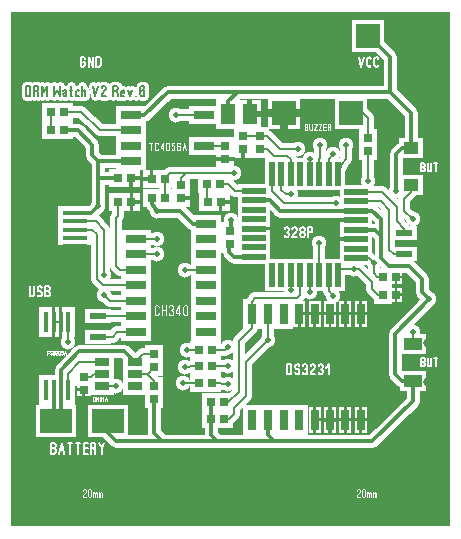
<source format=gbr>
%FSLAX34Y34*%
%MOMM*%
%LNCOPPER_TOP*%
G71*
G01*
%ADD10R, 2.900X1.200*%
%ADD11R, 2.100X0.400*%
%ADD12R, 1.900X2.300*%
%ADD13R, 2.200X7.800*%
%ADD14R, 1.300X2.800*%
%ADD15R, 2.800X1.300*%
%ADD16R, 2.200X1.300*%
%ADD17R, 1.400X0.500*%
%ADD18R, 3.500X2.800*%
%ADD19R, 1.200X2.600*%
%ADD20R, 2.000X1.500*%
%ADD21R, 1.600X1.500*%
%ADD22R, 1.200X1.100*%
%ADD23R, 1.800X0.700*%
%ADD24R, 2.600X1.500*%
%ADD25C, 1.000*%
%ADD26R, 1.500X1.600*%
%ADD27R, 2.100X2.600*%
%ADD28R, 1.900X2.400*%
%ADD29C, 1.300*%
%ADD30C, 1.100*%
%ADD31R, 2.800X2.800*%
%ADD32R, 1.100X2.200*%
%ADD33R, 1.500X2.600*%
%ADD34R, 1.100X1.400*%
%ADD35R, 2.100X1.800*%
%ADD36C, 0.800*%
%ADD37R, 0.500X1.200*%
%ADD38R, 2.300X1.800*%
%ADD39C, 0.500*%
%ADD40C, 2.500*%
%ADD41C, 0.159*%
%ADD42R, 1.100X1.200*%
%ADD43C, 0.759*%
%ADD44C, 0.111*%
%ADD45C, 0.095*%
%ADD46C, 0.044*%
%ADD47C, 0.200*%
%ADD48C, 0.127*%
%ADD49C, 0.143*%
%ADD50C, 0.078*%
%ADD51R, 2.000X2.000*%
%ADD52C, 0.297*%
%ADD53C, 0.305*%
%ADD54C, 0.197*%
%ADD55C, 0.233*%
%ADD56C, 0.303*%
%ADD57C, 0.433*%
%ADD58C, 0.315*%
%ADD59C, 0.345*%
%ADD60C, 0.310*%
%ADD61C, 0.667*%
%ADD62C, 0.292*%
%ADD63C, 0.308*%
%ADD64R, 0.500X2.000*%
%ADD65R, 2.000X0.500*%
%ADD66R, 2.700X2.000*%
%ADD67R, 0.400X1.800*%
%ADD68R, 1.200X0.700*%
%ADD69R, 0.800X0.700*%
%ADD70R, 0.700X0.800*%
%ADD71R, 1.300X1.800*%
%ADD72C, 0.300*%
%ADD73R, 0.700X1.800*%
%ADD74R, 1.300X1.000*%
%ADD75R, 1.500X1.000*%
%LPD*%
G36*
X0Y1000000D02*
X372000Y1000000D01*
X372000Y565000D01*
X0Y565000D01*
X0Y1000000D01*
G37*
%LPC*%
X54000Y830000D02*
G54D10*
D03*
X54000Y823000D02*
G54D10*
D03*
X54000Y816000D02*
G54D10*
D03*
X54000Y802000D02*
G54D11*
D03*
X54000Y809000D02*
G54D10*
D03*
X51000Y849000D02*
G54D12*
D03*
X52000Y784000D02*
G54D12*
D03*
X24000Y816000D02*
G54D13*
D03*
X221000Y863000D02*
G54D14*
D03*
X229000Y863000D02*
G54D14*
D03*
X237000Y863000D02*
G54D14*
D03*
X245000Y863000D02*
G54D14*
D03*
X253000Y863000D02*
G54D14*
D03*
X261000Y863000D02*
G54D14*
D03*
X269000Y863000D02*
G54D14*
D03*
X277000Y863000D02*
G54D14*
D03*
X221000Y778000D02*
G54D14*
D03*
X229000Y778000D02*
G54D14*
D03*
X237000Y778000D02*
G54D14*
D03*
X245000Y778000D02*
G54D14*
D03*
X253000Y778000D02*
G54D14*
D03*
X261000Y778000D02*
G54D14*
D03*
X269000Y778000D02*
G54D14*
D03*
X277000Y778000D02*
G54D14*
D03*
X292000Y848000D02*
G54D15*
D03*
X292000Y840000D02*
G54D15*
D03*
X292000Y832000D02*
G54D15*
D03*
X292000Y824000D02*
G54D15*
D03*
X292000Y816000D02*
G54D15*
D03*
X292000Y808000D02*
G54D15*
D03*
X292000Y800000D02*
G54D15*
D03*
X292000Y792000D02*
G54D15*
D03*
X206000Y849000D02*
G54D15*
D03*
X206000Y841000D02*
G54D15*
D03*
X206000Y833000D02*
G54D15*
D03*
X206000Y825000D02*
G54D15*
D03*
X206000Y817000D02*
G54D15*
D03*
X206000Y809000D02*
G54D15*
D03*
X206000Y801000D02*
G54D15*
D03*
X206000Y793000D02*
G54D15*
D03*
X333000Y813000D02*
G54D16*
D03*
X333000Y804000D02*
G54D17*
D03*
X333000Y795000D02*
G54D16*
D03*
X38000Y654000D02*
G54D18*
D03*
X82000Y654000D02*
G54D18*
D03*
X48000Y738000D02*
G54D19*
D03*
X42000Y738000D02*
G54D19*
D03*
X36000Y738000D02*
G54D19*
D03*
X30000Y738000D02*
G54D19*
D03*
X48000Y680000D02*
G54D19*
D03*
X42000Y680000D02*
G54D19*
D03*
X36000Y680000D02*
G54D19*
D03*
X30000Y680000D02*
G54D19*
D03*
X77000Y704000D02*
G54D20*
D03*
X77000Y694000D02*
G54D20*
D03*
X77000Y684000D02*
G54D20*
D03*
X105000Y704000D02*
G54D20*
D03*
X105000Y694000D02*
G54D20*
D03*
X105000Y684000D02*
G54D20*
D03*
X61500Y691500D02*
G54D21*
D03*
X61500Y680500D02*
G54D22*
D03*
X121500Y699500D02*
G54D21*
D03*
X121500Y710500D02*
G54D21*
D03*
X106000Y821000D02*
G54D23*
D03*
X106000Y808000D02*
G54D24*
D03*
X106000Y795000D02*
G54D24*
D03*
X106000Y782000D02*
G54D24*
D03*
X106000Y769000D02*
G54D24*
D03*
X106000Y756000D02*
G54D24*
D03*
X106000Y743000D02*
G54D24*
D03*
X106000Y729000D02*
G54D24*
D03*
X165000Y821000D02*
G54D24*
D03*
X165000Y808000D02*
G54D24*
D03*
X165000Y795000D02*
G54D24*
D03*
X165000Y782000D02*
G54D24*
D03*
X165000Y769000D02*
G54D24*
D03*
X165000Y756000D02*
G54D24*
D03*
X165000Y743000D02*
G54D24*
D03*
X165000Y729000D02*
G54D24*
D03*
G54D25*
X106000Y808000D02*
X124000Y808000D01*
G54D25*
X106000Y795000D02*
X124000Y795000D01*
X74000Y743000D02*
G54D16*
D03*
X74000Y734000D02*
G54D17*
D03*
X74000Y725000D02*
G54D16*
D03*
X170096Y714500D02*
G54D26*
D03*
X159096Y714500D02*
G54D26*
D03*
X181500Y875900D02*
G54D21*
D03*
X181500Y886900D02*
G54D21*
D03*
X102000Y913000D02*
G54D24*
D03*
X102000Y900000D02*
G54D24*
D03*
X102000Y887000D02*
G54D24*
D03*
X102000Y874000D02*
G54D24*
D03*
X163000Y913000D02*
G54D24*
D03*
X163000Y900000D02*
G54D23*
D03*
X163000Y887000D02*
G54D24*
D03*
X163000Y874000D02*
G54D23*
D03*
X184000Y914000D02*
G54D27*
D03*
X202000Y914000D02*
G54D28*
D03*
X45000Y916000D02*
G54D26*
D03*
X34000Y916000D02*
G54D26*
D03*
X45000Y900000D02*
G54D26*
D03*
X34000Y900000D02*
G54D26*
D03*
X121500Y683500D02*
G54D21*
D03*
X121500Y672500D02*
G54D21*
D03*
X243000Y884000D02*
G54D29*
D03*
X253000Y876000D02*
G54D29*
D03*
X262000Y888000D02*
G54D29*
D03*
X273000Y880000D02*
G54D29*
D03*
X284000Y888000D02*
G54D29*
D03*
G54D25*
X284000Y888000D02*
X284000Y876000D01*
X280000Y872000D01*
X277000Y863000D01*
G54D25*
X273000Y880000D02*
X269000Y876000D01*
X269000Y863000D01*
G54D25*
X262000Y888000D02*
X262000Y877000D01*
X261000Y876000D01*
X261000Y863000D01*
G54D25*
X253000Y876000D02*
X253000Y866000D01*
X326000Y849000D02*
G54D29*
D03*
X340000Y825000D02*
G54D29*
D03*
X340000Y729000D02*
G54D29*
D03*
X354000Y757000D02*
G54D29*
D03*
X290000Y783000D02*
G54D29*
D03*
X307000Y788000D02*
G54D29*
D03*
G54D25*
X333000Y813000D02*
X333000Y817000D01*
X327000Y823000D01*
X327000Y835000D01*
X314000Y848000D01*
X292000Y848000D01*
G54D25*
X333000Y795000D02*
X324000Y795000D01*
X320000Y799000D01*
X320000Y833000D01*
X313000Y840000D01*
X292000Y840000D01*
G54D30*
X338900Y885000D02*
X331000Y885000D01*
X326000Y880000D01*
X326000Y849000D01*
G54D25*
X339000Y854000D02*
X339000Y848000D01*
X333000Y842000D01*
X333000Y832000D01*
X340000Y825000D01*
G54D25*
X340000Y729000D02*
X340000Y717000D01*
G54D30*
X292000Y816000D02*
X308000Y816000D01*
X313000Y811000D01*
X313000Y792000D01*
X320000Y785000D01*
X337000Y785000D01*
X348000Y774000D01*
X348000Y763000D01*
X354000Y757000D01*
G54D25*
X269000Y778000D02*
X269000Y764000D01*
X273000Y760000D01*
G54D25*
X261000Y778000D02*
X261000Y805000D01*
X261000Y805000D02*
G54D29*
D03*
X273000Y760000D02*
G54D29*
D03*
X124000Y808000D02*
G54D29*
D03*
X124000Y795000D02*
G54D29*
D03*
G54D25*
X121500Y699500D02*
X116000Y694000D01*
X105000Y694000D01*
X115500Y693500D01*
X121000Y688000D01*
X121000Y685000D01*
X121500Y684500D01*
G54D25*
X48000Y675000D02*
X48000Y694000D01*
X58000Y704000D01*
X77000Y704000D01*
X89000Y684000D02*
G54D29*
D03*
X48000Y721000D02*
G54D29*
D03*
G54D25*
X48000Y738000D02*
X48000Y721000D01*
G54D25*
X89000Y684000D02*
X75000Y684000D01*
G54D25*
X74000Y743000D02*
X106000Y743000D01*
G54D25*
X74000Y725000D02*
X86000Y725000D01*
X90000Y729000D01*
X106000Y729000D01*
G54D25*
X54000Y816000D02*
X69000Y816000D01*
X73000Y812000D01*
X73000Y774000D01*
X78000Y769000D01*
X106000Y769000D01*
G54D25*
X54000Y823000D02*
X72000Y823000D01*
X79000Y816000D01*
X79000Y778000D01*
G54D25*
X106000Y756000D02*
X84000Y756000D01*
X79000Y761000D01*
X79000Y778000D02*
G54D29*
D03*
X79000Y761000D02*
G54D29*
D03*
G54D25*
X34000Y916000D02*
X34000Y900000D01*
G54D25*
X45000Y916000D02*
X59000Y916000D01*
X75000Y900000D01*
X102000Y900000D01*
G54D30*
X45000Y900000D02*
X57000Y900000D01*
X69000Y888000D01*
X69000Y879000D01*
X74000Y874000D01*
X102000Y874000D01*
G54D30*
X54000Y830000D02*
X68000Y830000D01*
X74000Y836000D01*
X74000Y874000D01*
G54D30*
X165000Y821000D02*
X154000Y821000D01*
X143000Y832000D01*
X124000Y832000D01*
X74000Y836000D02*
G54D29*
D03*
G54D30*
X82000Y654000D02*
X82000Y644000D01*
X89000Y637000D01*
X306000Y637000D01*
X340000Y671000D01*
X340000Y688000D01*
G54D30*
X338900Y885000D02*
X339000Y915000D01*
X321000Y933000D01*
X133000Y933000D01*
X113000Y913000D01*
X102000Y913000D01*
X185500Y814500D02*
G54D21*
D03*
X185500Y803500D02*
G54D21*
D03*
X186000Y824000D02*
G54D29*
D03*
G54D30*
X186000Y824000D02*
X186000Y815000D01*
X185500Y814500D01*
G54D25*
X253000Y778000D02*
X253000Y763000D01*
X253000Y763000D02*
G54D29*
D03*
X140000Y913000D02*
G54D29*
D03*
G54D25*
X140000Y913000D02*
X163000Y913000D01*
X101938Y839658D02*
G54D26*
D03*
X90938Y839658D02*
G54D26*
D03*
G54D25*
X106000Y782000D02*
X92000Y782000D01*
X89000Y785000D01*
X89000Y826000D01*
X91000Y828000D01*
X90938Y839658D01*
X101938Y859658D02*
G54D26*
D03*
X90938Y859658D02*
G54D26*
D03*
G54D30*
X90938Y859658D02*
X74342Y859658D01*
X74000Y860000D01*
X196500Y895500D02*
G54D21*
D03*
X196500Y884500D02*
G54D21*
D03*
X166500Y839500D02*
G54D26*
D03*
X177500Y839500D02*
G54D26*
D03*
X166000Y855000D02*
G54D26*
D03*
X177000Y855000D02*
G54D26*
D03*
G54D25*
X163000Y887000D02*
X181500Y886900D01*
G54D25*
X177000Y855000D02*
X184000Y855000D01*
X190000Y849000D01*
X210000Y849000D01*
X302500Y882500D02*
G54D21*
D03*
X302500Y893500D02*
G54D21*
D03*
G54D25*
X221000Y863000D02*
X221000Y849000D01*
X231000Y839000D01*
X275000Y839000D01*
G54D25*
X307000Y788000D02*
X303000Y792000D01*
X295000Y792000D01*
G54D25*
X290000Y783000D02*
X277000Y783000D01*
G54D30*
X206000Y793000D02*
X189000Y793000D01*
X185000Y797000D01*
X185000Y803000D01*
X185500Y803500D01*
X288000Y915000D02*
G54D31*
D03*
X231000Y915000D02*
G54D31*
D03*
X302500Y857500D02*
G54D29*
D03*
G54D25*
X302500Y857500D02*
X302500Y870500D01*
X302500Y882500D01*
X275000Y839000D02*
G54D29*
D03*
X296000Y745000D02*
G54D32*
D03*
X283000Y745000D02*
G54D32*
D03*
X270000Y745000D02*
G54D32*
D03*
X257000Y745000D02*
G54D32*
D03*
X244000Y745000D02*
G54D32*
D03*
X231000Y745000D02*
G54D33*
D03*
X218000Y745000D02*
G54D33*
D03*
X204000Y745000D02*
G54D33*
D03*
X296000Y655000D02*
G54D32*
D03*
X283000Y655000D02*
G54D32*
D03*
X270000Y655000D02*
G54D32*
D03*
X257000Y655000D02*
G54D32*
D03*
X244000Y655000D02*
G54D33*
D03*
X231000Y655000D02*
G54D33*
D03*
X218000Y655000D02*
G54D33*
D03*
X204000Y655000D02*
G54D33*
D03*
G54D30*
X169000Y670000D02*
X169000Y656000D01*
X169000Y642000D01*
X174000Y637000D01*
G54D25*
X204000Y745000D02*
X204000Y755000D01*
X207000Y758000D01*
X242000Y758000D01*
X245000Y761000D01*
X245000Y778000D01*
G54D30*
X218000Y655000D02*
X218000Y642000D01*
X223000Y637000D01*
G54D25*
X218000Y745000D02*
X218000Y723000D01*
X237000Y765000D02*
G54D29*
D03*
G54D25*
X237000Y765000D02*
X237000Y778000D01*
X218000Y723000D02*
G54D29*
D03*
G54D25*
X204000Y745000D02*
X204000Y733000D01*
X193000Y722000D01*
X193000Y679000D01*
X184000Y670000D01*
X180000Y670000D01*
G54D25*
X218000Y723000D02*
X199000Y704000D01*
X199000Y675000D01*
X189000Y665000D01*
X189000Y660000D01*
X185000Y656000D01*
X180000Y656000D01*
G54D30*
X36000Y680000D02*
X36000Y660000D01*
X42000Y660000D01*
X42000Y680000D01*
X42000Y697000D01*
X58000Y713000D01*
X96000Y713000D01*
X105000Y704000D01*
G54D25*
X121500Y710500D02*
X111500Y710500D01*
X105000Y704000D01*
G54D25*
X77000Y694000D02*
X70000Y694000D01*
X67548Y691547D01*
X61500Y691500D01*
G54D25*
X166500Y839500D02*
X166000Y843000D01*
X166000Y855000D01*
G54D30*
X313000Y811000D02*
X313000Y825000D01*
X306000Y832000D01*
X292000Y832000D01*
X338000Y870000D02*
G54D34*
D03*
X338900Y885000D02*
G54D35*
D03*
X339000Y854000D02*
G54D35*
D03*
X353000Y886000D02*
G54D36*
D03*
X353000Y853000D02*
G54D36*
D03*
X359000Y885000D02*
G54D37*
D03*
X359000Y854000D02*
G54D37*
D03*
X338000Y704000D02*
G54D34*
D03*
X340000Y718950D02*
G54D38*
D03*
X340000Y688000D02*
G54D38*
D03*
X353000Y720000D02*
G54D36*
D03*
X353000Y687000D02*
G54D36*
D03*
X359000Y719000D02*
G54D37*
D03*
X359000Y688000D02*
G54D37*
D03*
G54D30*
X340000Y688000D02*
X331000Y688000D01*
X325000Y694000D01*
X325000Y728000D01*
X354000Y757000D01*
X202000Y914000D02*
G54D39*
D03*
X316027Y916954D02*
G54D39*
D03*
X22000Y875000D02*
G54D39*
D03*
X154000Y835000D02*
G54D39*
D03*
X147000Y877000D02*
G54D39*
D03*
X154000Y650000D02*
G54D39*
D03*
X203000Y774000D02*
G54D39*
D03*
X49000Y962000D02*
G54D39*
D03*
X207000Y677000D02*
G54D39*
D03*
X205000Y865000D02*
G54D39*
D03*
X272000Y797000D02*
G54D39*
D03*
X34000Y699000D02*
G54D39*
D03*
X124000Y819000D02*
G54D39*
D03*
X326000Y675000D02*
G54D39*
D03*
X340000Y633000D02*
G54D39*
D03*
X61000Y607000D02*
G54D39*
D03*
X21000Y850000D02*
G54D39*
D03*
X21000Y835000D02*
G54D39*
D03*
X53000Y850000D02*
G54D39*
D03*
X21000Y783000D02*
G54D39*
D03*
X109000Y649000D02*
G54D39*
D03*
X53000Y783000D02*
G54D39*
D03*
X15000Y905000D02*
G54D39*
D03*
X21000Y817000D02*
G54D39*
D03*
X121000Y935000D02*
G54D39*
D03*
X30000Y970000D02*
G54D40*
D03*
X340000Y970000D02*
G54D40*
D03*
X340000Y600000D02*
G54D40*
D03*
X30000Y600000D02*
G54D40*
D03*
X124000Y832000D02*
G54D29*
D03*
G54D30*
X124000Y832000D02*
X119000Y838000D01*
X119000Y843000D01*
X144000Y854000D02*
G54D21*
D03*
X144000Y843000D02*
G54D21*
D03*
X210500Y884500D02*
G54D21*
D03*
X210500Y895500D02*
G54D21*
D03*
G54D25*
X196500Y895500D02*
X210500Y895500D01*
X119000Y843000D02*
G54D26*
D03*
X130000Y843000D02*
G54D26*
D03*
X119000Y859000D02*
G54D26*
D03*
X130000Y859000D02*
G54D26*
D03*
G54D25*
X130000Y859000D02*
X130000Y843000D01*
G54D41*
X233782Y693444D02*
X233782Y702333D01*
X236005Y702333D01*
X236894Y701778D01*
X237338Y700667D01*
X237338Y695111D01*
X236894Y694000D01*
X236005Y693444D01*
X233782Y693444D01*
G54D41*
X240450Y695111D02*
X240894Y694000D01*
X241783Y693444D01*
X242672Y693444D01*
X243561Y694000D01*
X244005Y695111D01*
X244005Y696222D01*
X243561Y697333D01*
X242672Y697889D01*
X241783Y697889D01*
X240894Y698444D01*
X240450Y699556D01*
X240450Y700667D01*
X240894Y701778D01*
X241783Y702333D01*
X242672Y702333D01*
X243561Y701778D01*
X244005Y700667D01*
G54D41*
X247116Y700667D02*
X247561Y701778D01*
X248450Y702333D01*
X249339Y702333D01*
X250228Y701778D01*
X250672Y700667D01*
X250672Y699556D01*
X250228Y698444D01*
X249339Y697889D01*
X250228Y697333D01*
X250672Y696222D01*
X250672Y695111D01*
X250228Y694000D01*
X249339Y693444D01*
X248450Y693444D01*
X247561Y694000D01*
X247116Y695111D01*
G54D41*
X257339Y693444D02*
X253784Y693444D01*
X253784Y694000D01*
X254228Y695111D01*
X256895Y698444D01*
X257339Y699556D01*
X257339Y700667D01*
X256895Y701778D01*
X256006Y702333D01*
X255117Y702333D01*
X254228Y701778D01*
X253784Y700667D01*
G54D41*
X260450Y700667D02*
X260895Y701778D01*
X261784Y702333D01*
X262673Y702333D01*
X263562Y701778D01*
X264006Y700667D01*
X264006Y699556D01*
X263562Y698444D01*
X262673Y697889D01*
X263562Y697333D01*
X264006Y696222D01*
X264006Y695111D01*
X263562Y694000D01*
X262673Y693444D01*
X261784Y693444D01*
X260895Y694000D01*
X260450Y695111D01*
G54D41*
X267118Y699000D02*
X269340Y702333D01*
X269340Y693444D01*
X339027Y939954D02*
G54D39*
D03*
X326000Y776000D02*
G54D42*
D03*
X315000Y776000D02*
G54D26*
D03*
X326000Y761000D02*
G54D42*
D03*
X315000Y760999D02*
G54D26*
D03*
G54D25*
X290000Y783000D02*
X295000Y783000D01*
X306000Y772000D01*
X306000Y766000D01*
X311000Y761000D01*
X315000Y760999D01*
G54D25*
X307000Y788000D02*
X307000Y779000D01*
X310000Y776000D01*
X315000Y776000D01*
G54D30*
X206000Y841000D02*
X219000Y841000D01*
X228000Y832000D01*
X292000Y832000D01*
X180000Y656000D02*
G54D26*
D03*
X169000Y656000D02*
G54D26*
D03*
X180000Y670000D02*
G54D26*
D03*
X169000Y670000D02*
G54D26*
D03*
G54D30*
X121500Y672500D02*
X121500Y643500D01*
X128000Y637000D01*
G54D30*
X184000Y914000D02*
X184000Y925000D01*
X192000Y933000D01*
G54D25*
X130000Y859000D02*
X135000Y864000D01*
X189000Y864000D01*
G54D25*
X144000Y854000D02*
X144000Y860000D01*
X148000Y864000D01*
X237000Y846000D02*
G54D29*
D03*
G54D25*
X229000Y863000D02*
X229000Y850000D01*
X233000Y846000D01*
X237000Y846000D01*
X189000Y864000D02*
G54D29*
D03*
G54D25*
X237000Y863000D02*
X237000Y875500D01*
X234000Y878500D01*
X222500Y878500D01*
X216500Y884500D01*
X210500Y884500D01*
G54D25*
X210500Y895500D02*
X216500Y895500D01*
X228000Y884000D01*
X243000Y884000D01*
G54D43*
X12670Y929000D02*
X12670Y937889D01*
X14892Y937889D01*
X15781Y937333D01*
X16226Y936222D01*
X16226Y930667D01*
X15781Y929556D01*
X14892Y929000D01*
X12670Y929000D01*
G54D43*
X21115Y933444D02*
X22448Y932333D01*
X22893Y931222D01*
X22893Y929000D01*
G54D43*
X19337Y929000D02*
X19337Y937889D01*
X21559Y937889D01*
X22448Y937333D01*
X22893Y936222D01*
X22893Y935111D01*
X22448Y934000D01*
X21559Y933444D01*
X19337Y933444D01*
G54D43*
X26004Y929000D02*
X26004Y937889D01*
X28226Y932333D01*
X30448Y937889D01*
X30448Y929000D01*
G54D43*
X36759Y937889D02*
X36759Y929000D01*
X38981Y934556D01*
X41203Y929000D01*
X41203Y937889D01*
G54D43*
X44314Y933444D02*
X45203Y934000D01*
X46270Y934000D01*
X46981Y932889D01*
X46981Y929000D01*
G54D43*
X46981Y930667D02*
X46536Y931778D01*
X45647Y932000D01*
X44758Y931778D01*
X44314Y930667D01*
X44492Y929556D01*
X45203Y929000D01*
X45647Y929000D01*
X45825Y929000D01*
X46536Y929556D01*
X46981Y930667D01*
G54D43*
X50981Y937889D02*
X50981Y929556D01*
X51425Y929000D01*
X51870Y929222D01*
G54D43*
X50092Y934000D02*
X51870Y934000D01*
G54D43*
X57203Y933667D02*
X56314Y934000D01*
X55425Y933667D01*
X54981Y932556D01*
X54981Y930333D01*
X55425Y929222D01*
X56314Y929000D01*
X57203Y929222D01*
G54D43*
X60314Y929000D02*
X60314Y937889D01*
G54D43*
X60314Y932556D02*
X60758Y933667D01*
X61647Y934000D01*
X62536Y933667D01*
X62981Y932556D01*
X62981Y929000D01*
G54D43*
X69292Y937889D02*
X71514Y929000D01*
X73736Y937889D01*
G54D43*
X80403Y929000D02*
X76847Y929000D01*
X76847Y929556D01*
X77291Y930667D01*
X79958Y934000D01*
X80403Y935111D01*
X80403Y936222D01*
X79958Y937333D01*
X79069Y937889D01*
X78180Y937889D01*
X77291Y937333D01*
X76847Y936222D01*
G54D43*
X88492Y933444D02*
X89825Y932333D01*
X90270Y931222D01*
X90270Y929000D01*
G54D43*
X86714Y929000D02*
X86714Y937889D01*
X88936Y937889D01*
X89825Y937333D01*
X90270Y936222D01*
X90270Y935111D01*
X89825Y934000D01*
X88936Y933444D01*
X86714Y933444D01*
G54D43*
X96048Y929556D02*
X95337Y929000D01*
X94448Y929000D01*
X93559Y929556D01*
X93381Y930667D01*
X93381Y932556D01*
X93825Y933667D01*
X94714Y934000D01*
X95603Y933667D01*
X96048Y932889D01*
X96048Y931778D01*
X93381Y931778D01*
G54D43*
X99159Y934000D02*
X100937Y929000D01*
X102715Y934000D01*
G54D43*
X106182Y929000D02*
X105826Y929000D01*
X105826Y929444D01*
X106182Y929444D01*
X106182Y929000D01*
X105826Y929000D01*
G54D43*
X112849Y936222D02*
X112404Y937333D01*
X111515Y937889D01*
X110626Y937889D01*
X109737Y937333D01*
X109293Y936222D01*
X109293Y933444D01*
X109293Y932889D01*
X110626Y934000D01*
X111515Y934000D01*
X112404Y933444D01*
X112849Y932333D01*
X112849Y930667D01*
X112404Y929556D01*
X111515Y929000D01*
X110626Y929000D01*
X109737Y929556D01*
X109293Y930667D01*
X109293Y933444D01*
X21000Y800000D02*
G54D39*
D03*
G54D25*
X302500Y893500D02*
X302500Y910500D01*
X298000Y915000D01*
X288000Y915000D01*
G54D41*
X231661Y816667D02*
X232105Y817778D01*
X232994Y818333D01*
X233883Y818333D01*
X234772Y817778D01*
X235217Y816667D01*
X235217Y815556D01*
X234772Y814444D01*
X233883Y813889D01*
X234772Y813333D01*
X235217Y812222D01*
X235217Y811111D01*
X234772Y810000D01*
X233883Y809444D01*
X232994Y809444D01*
X232105Y810000D01*
X231661Y811111D01*
G54D41*
X241884Y809444D02*
X238328Y809444D01*
X238328Y810000D01*
X238772Y811111D01*
X241439Y814444D01*
X241884Y815556D01*
X241884Y816667D01*
X241439Y817778D01*
X240550Y818333D01*
X239661Y818333D01*
X238772Y817778D01*
X238328Y816667D01*
G54D41*
X247217Y813889D02*
X246328Y813889D01*
X245439Y814444D01*
X244995Y815556D01*
X244995Y816667D01*
X245439Y817778D01*
X246328Y818333D01*
X247217Y818333D01*
X248106Y817778D01*
X248551Y816667D01*
X248551Y815556D01*
X248106Y814444D01*
X247217Y813889D01*
X248106Y813333D01*
X248551Y812222D01*
X248551Y811111D01*
X248106Y810000D01*
X247217Y809444D01*
X246328Y809444D01*
X245439Y810000D01*
X244995Y811111D01*
X244995Y812222D01*
X245439Y813333D01*
X246328Y813889D01*
G54D41*
X251662Y809444D02*
X251662Y818333D01*
X253884Y818333D01*
X254773Y817778D01*
X255218Y816667D01*
X255218Y815556D01*
X254773Y814444D01*
X253884Y813889D01*
X251662Y813889D01*
G54D44*
X125225Y745111D02*
X124780Y744000D01*
X123891Y743444D01*
X123002Y743444D01*
X122113Y744000D01*
X121669Y745111D01*
X121669Y750667D01*
X122113Y751778D01*
X123002Y752333D01*
X123891Y752333D01*
X124780Y751778D01*
X125225Y750667D01*
G54D44*
X127669Y743444D02*
X127669Y752333D01*
G54D44*
X131225Y743444D02*
X131225Y752333D01*
G54D44*
X127669Y747889D02*
X131225Y747889D01*
G54D44*
X133669Y750667D02*
X134113Y751778D01*
X135002Y752333D01*
X135891Y752333D01*
X136780Y751778D01*
X137225Y750667D01*
X137225Y749556D01*
X136780Y748444D01*
X135891Y747889D01*
X136780Y747333D01*
X137225Y746222D01*
X137225Y745111D01*
X136780Y744000D01*
X135891Y743444D01*
X135002Y743444D01*
X134113Y744000D01*
X133669Y745111D01*
G54D44*
X142336Y743444D02*
X142336Y752333D01*
X139669Y746778D01*
X139669Y745667D01*
X143225Y745667D01*
G54D44*
X149225Y750667D02*
X149225Y745111D01*
X148780Y744000D01*
X147891Y743444D01*
X147002Y743444D01*
X146113Y744000D01*
X145669Y745111D01*
X145669Y750667D01*
X146113Y751778D01*
X147002Y752333D01*
X147891Y752333D01*
X148780Y751778D01*
X149225Y750667D01*
G54D44*
X118503Y883444D02*
X118503Y889667D01*
G54D44*
X117258Y889667D02*
X119747Y889667D01*
G54D44*
X124414Y884611D02*
X124103Y883833D01*
X123481Y883444D01*
X122859Y883444D01*
X122237Y883833D01*
X121926Y884611D01*
X121926Y888500D01*
X122237Y889278D01*
X122859Y889667D01*
X123481Y889667D01*
X124103Y889278D01*
X124414Y888500D01*
G54D44*
X128459Y883444D02*
X128459Y889667D01*
X126592Y885778D01*
X126592Y885000D01*
X129081Y885000D01*
G54D44*
X133748Y888500D02*
X133748Y884611D01*
X133437Y883833D01*
X132815Y883444D01*
X132193Y883444D01*
X131571Y883833D01*
X131260Y884611D01*
X131260Y888500D01*
X131571Y889278D01*
X132193Y889667D01*
X132815Y889667D01*
X133437Y889278D01*
X133748Y888500D01*
G54D44*
X138415Y889667D02*
X135926Y889667D01*
X135926Y886944D01*
X136238Y886944D01*
X136860Y887333D01*
X137482Y887333D01*
X138104Y886944D01*
X138415Y886167D01*
X138415Y884611D01*
X138104Y883833D01*
X137482Y883444D01*
X136860Y883444D01*
X136238Y883833D01*
X135926Y884611D01*
G54D44*
X143082Y888500D02*
X142771Y889278D01*
X142149Y889667D01*
X141527Y889667D01*
X140905Y889278D01*
X140594Y888500D01*
X140594Y886556D01*
X140594Y886167D01*
X141527Y886944D01*
X142149Y886944D01*
X142771Y886556D01*
X143082Y885778D01*
X143082Y884611D01*
X142771Y883833D01*
X142149Y883444D01*
X141527Y883444D01*
X140905Y883833D01*
X140594Y884611D01*
X140594Y886556D01*
G54D44*
X145260Y883444D02*
X146816Y889667D01*
X148372Y883444D01*
G54D44*
X145883Y885778D02*
X147749Y885778D01*
G54D45*
X248564Y900222D02*
X248564Y905556D01*
X249897Y905556D01*
X250431Y905222D01*
X250697Y904556D01*
X250697Y903889D01*
X250431Y903222D01*
X249897Y902889D01*
X250431Y902556D01*
X250697Y901889D01*
X250697Y901222D01*
X250431Y900556D01*
X249897Y900222D01*
X248564Y900222D01*
G54D45*
X248564Y902889D02*
X249897Y902889D01*
G54D45*
X252564Y905556D02*
X252564Y901222D01*
X252831Y900556D01*
X253364Y900222D01*
X253897Y900222D01*
X254431Y900556D01*
X254697Y901222D01*
X254697Y905556D01*
G54D45*
X256564Y905556D02*
X258697Y905556D01*
X256564Y900222D01*
X258697Y900222D01*
G54D45*
X260564Y905556D02*
X262697Y905556D01*
X260564Y900222D01*
X262697Y900222D01*
G54D45*
X266431Y900222D02*
X264564Y900222D01*
X264564Y905556D01*
X266431Y905556D01*
G54D45*
X264564Y902889D02*
X266431Y902889D01*
G54D45*
X269365Y902889D02*
X270165Y902222D01*
X270431Y901556D01*
X270431Y900222D01*
G54D45*
X268298Y900222D02*
X268298Y905556D01*
X269631Y905556D01*
X270165Y905222D01*
X270431Y904556D01*
X270431Y903889D01*
X270165Y903222D01*
X269631Y902889D01*
X268298Y902889D01*
G54D46*
X30800Y710111D02*
X30800Y713667D01*
X32045Y713667D01*
G54D46*
X30800Y711889D02*
X32045Y711889D01*
G54D46*
X33022Y710778D02*
X33200Y710333D01*
X33556Y710111D01*
X33911Y710111D01*
X34267Y710333D01*
X34445Y710778D01*
X34445Y711222D01*
X34267Y711667D01*
X33911Y711889D01*
X33556Y711889D01*
X33200Y712111D01*
X33022Y712555D01*
X33022Y713000D01*
X33200Y713444D01*
X33556Y713667D01*
X33911Y713667D01*
X34267Y713444D01*
X34445Y713000D01*
G54D46*
X36311Y711889D02*
X35956Y711889D01*
X35600Y712111D01*
X35422Y712555D01*
X35422Y713000D01*
X35600Y713444D01*
X35956Y713667D01*
X36311Y713667D01*
X36667Y713444D01*
X36845Y713000D01*
X36845Y712555D01*
X36667Y712111D01*
X36311Y711889D01*
X36667Y711667D01*
X36845Y711222D01*
X36845Y710778D01*
X36667Y710333D01*
X36311Y710111D01*
X35956Y710111D01*
X35600Y710333D01*
X35422Y710778D01*
X35422Y711222D01*
X35600Y711667D01*
X35956Y711889D01*
G54D46*
X39245Y710111D02*
X37822Y710111D01*
X37822Y710333D01*
X38000Y710778D01*
X39067Y712111D01*
X39245Y712555D01*
X39245Y713000D01*
X39067Y713444D01*
X38711Y713667D01*
X38356Y713667D01*
X38000Y713444D01*
X37822Y713000D01*
G54D46*
X41645Y713000D02*
X41645Y710778D01*
X41467Y710333D01*
X41111Y710111D01*
X40756Y710111D01*
X40400Y710333D01*
X40222Y710778D01*
X40222Y713000D01*
X40400Y713444D01*
X40756Y713667D01*
X41111Y713667D01*
X41467Y713444D01*
X41645Y713000D01*
G54D46*
X44045Y713667D02*
X42622Y713667D01*
X42622Y712111D01*
X42800Y712111D01*
X43156Y712333D01*
X43511Y712333D01*
X43867Y712111D01*
X44045Y711667D01*
X44045Y710778D01*
X43867Y710333D01*
X43511Y710111D01*
X43156Y710111D01*
X42800Y710333D01*
X42622Y710778D01*
G54D46*
X45022Y710111D02*
X45911Y713667D01*
X46800Y710111D01*
G54D46*
X45378Y711444D02*
X46445Y711444D01*
X147000Y782000D02*
G54D29*
D03*
X170096Y700500D02*
G54D26*
D03*
X159096Y700500D02*
G54D26*
D03*
X170096Y686500D02*
G54D26*
D03*
X159096Y686500D02*
G54D26*
D03*
X149000Y714000D02*
G54D29*
D03*
X147000Y700000D02*
G54D29*
D03*
X146000Y686000D02*
G54D29*
D03*
G54D47*
X159096Y714500D02*
X151638Y714451D01*
X149000Y714000D01*
G54D47*
X159096Y700500D02*
X151969Y700451D01*
X151000Y700000D01*
X147000Y700000D01*
G54D47*
X159096Y686500D02*
X150701Y686518D01*
X149000Y686000D01*
X146000Y686000D01*
G54D47*
X165000Y782000D02*
X147000Y782000D01*
X184000Y717000D02*
G54D29*
D03*
X184000Y701000D02*
G54D29*
D03*
X184000Y685000D02*
G54D29*
D03*
G54D25*
X170096Y686500D02*
X177219Y686542D01*
X179000Y685000D01*
X184000Y685000D01*
G54D25*
X170096Y714500D02*
X181500Y714500D01*
X184000Y717000D01*
G54D25*
X170096Y700500D02*
X177127Y700549D01*
X178000Y701000D01*
X184000Y701000D01*
G54D41*
X34171Y626444D02*
X34171Y635333D01*
X36393Y635333D01*
X37282Y634778D01*
X37727Y633667D01*
X37727Y632556D01*
X37282Y631444D01*
X36393Y630889D01*
X37282Y630333D01*
X37727Y629222D01*
X37727Y628111D01*
X37282Y627000D01*
X36393Y626444D01*
X34171Y626444D01*
G54D41*
X34171Y630889D02*
X36393Y630889D01*
G54D41*
X40838Y626444D02*
X43060Y635333D01*
X45282Y626444D01*
G54D41*
X41727Y629778D02*
X44394Y629778D01*
G54D41*
X50171Y626444D02*
X50171Y635333D01*
G54D41*
X48393Y635333D02*
X51949Y635333D01*
G54D41*
X56838Y626444D02*
X56838Y635333D01*
G54D41*
X55060Y635333D02*
X58616Y635333D01*
G54D41*
X64838Y626444D02*
X61727Y626444D01*
X61727Y635333D01*
X64838Y635333D01*
G54D41*
X61727Y630889D02*
X64838Y630889D01*
G54D41*
X69727Y630889D02*
X71060Y629778D01*
X71505Y628667D01*
X71505Y626444D01*
G54D41*
X67949Y626444D02*
X67949Y635333D01*
X70171Y635333D01*
X71060Y634778D01*
X71505Y633667D01*
X71505Y632556D01*
X71060Y631444D01*
X70171Y630889D01*
X67949Y630889D01*
G54D41*
X74616Y635333D02*
X76838Y630889D01*
X76838Y626444D01*
G54D41*
X76838Y630889D02*
X79060Y635333D01*
G54D41*
X15802Y768333D02*
X15802Y761111D01*
X16246Y760000D01*
X17135Y759444D01*
X18024Y759444D01*
X18913Y760000D01*
X19358Y761111D01*
X19358Y768333D01*
G54D41*
X22469Y761111D02*
X22913Y760000D01*
X23802Y759444D01*
X24691Y759444D01*
X25580Y760000D01*
X26025Y761111D01*
X26025Y762222D01*
X25580Y763333D01*
X24691Y763889D01*
X23802Y763889D01*
X22913Y764444D01*
X22469Y765556D01*
X22469Y766667D01*
X22913Y767778D01*
X23802Y768333D01*
X24691Y768333D01*
X25580Y767778D01*
X26025Y766667D01*
G54D41*
X29136Y759444D02*
X29136Y768333D01*
X31358Y768333D01*
X32247Y767778D01*
X32692Y766667D01*
X32692Y765556D01*
X32247Y764444D01*
X31358Y763889D01*
X32247Y763333D01*
X32692Y762222D01*
X32692Y761111D01*
X32247Y760000D01*
X31358Y759444D01*
X29136Y759444D01*
G54D41*
X29136Y763889D02*
X31358Y763889D01*
G54D48*
X347508Y865334D02*
X347508Y872445D01*
X349286Y872445D01*
X349997Y872000D01*
X350352Y871111D01*
X350352Y870222D01*
X349997Y869334D01*
X349286Y868889D01*
X349997Y868445D01*
X350352Y867556D01*
X350352Y866667D01*
X349997Y865778D01*
X349286Y865334D01*
X347508Y865334D01*
G54D48*
X347508Y868889D02*
X349286Y868889D01*
G54D48*
X352841Y872445D02*
X352841Y866667D01*
X353197Y865778D01*
X353908Y865334D01*
X354619Y865334D01*
X355330Y865778D01*
X355685Y866667D01*
X355685Y872445D01*
G54D48*
X359596Y865334D02*
X359596Y872445D01*
G54D48*
X358174Y872445D02*
X361018Y872445D01*
G54D48*
X347508Y700334D02*
X347508Y707445D01*
X349286Y707445D01*
X349997Y707000D01*
X350352Y706111D01*
X350352Y705222D01*
X349997Y704334D01*
X349286Y703889D01*
X349997Y703445D01*
X350352Y702556D01*
X350352Y701667D01*
X349997Y700778D01*
X349286Y700334D01*
X347508Y700334D01*
G54D48*
X347508Y703889D02*
X349286Y703889D01*
G54D48*
X352841Y707445D02*
X352841Y701667D01*
X353197Y700778D01*
X353908Y700334D01*
X354619Y700334D01*
X355330Y700778D01*
X355685Y701667D01*
X355685Y707445D01*
G54D48*
X359596Y700334D02*
X359596Y707445D01*
G54D48*
X358174Y707445D02*
X361018Y707445D01*
X288000Y863000D02*
G54D39*
D03*
X39000Y759000D02*
G54D39*
D03*
X14000Y710000D02*
G54D39*
D03*
X13000Y648000D02*
G54D39*
D03*
X303000Y608000D02*
G54D39*
D03*
X304000Y948000D02*
G54D39*
D03*
X60000Y671000D02*
G54D39*
D03*
G54D46*
X69800Y671111D02*
X69800Y674667D01*
X70689Y674667D01*
X71045Y674444D01*
X71223Y674000D01*
X71223Y671778D01*
X71045Y671333D01*
X70689Y671111D01*
X69800Y671111D01*
G54D46*
X72200Y674667D02*
X72200Y671111D01*
X73089Y673333D01*
X73978Y671111D01*
X73978Y674667D01*
G54D46*
X76379Y674000D02*
X76379Y671778D01*
X76201Y671333D01*
X75845Y671111D01*
X75490Y671111D01*
X75134Y671333D01*
X74956Y671778D01*
X74956Y674000D01*
X75134Y674444D01*
X75490Y674667D01*
X75845Y674667D01*
X76201Y674444D01*
X76379Y674000D01*
G54D46*
X77356Y673333D02*
X78245Y674667D01*
X78245Y671111D01*
G54D46*
X79224Y671111D02*
X80112Y674667D01*
X81001Y671111D01*
G54D46*
X79579Y672444D02*
X80646Y672444D01*
G54D49*
X294763Y962111D02*
X296763Y954111D01*
X298763Y962111D01*
G54D49*
X304763Y955611D02*
X304363Y954611D01*
X303563Y954111D01*
X302763Y954111D01*
X301963Y954611D01*
X301563Y955611D01*
X301563Y960611D01*
X301963Y961611D01*
X302763Y962111D01*
X303563Y962111D01*
X304363Y961611D01*
X304763Y960611D01*
G54D49*
X310763Y955611D02*
X310363Y954611D01*
X309563Y954111D01*
X308763Y954111D01*
X307963Y954611D01*
X307563Y955611D01*
X307563Y960611D01*
X307963Y961611D01*
X308763Y962111D01*
X309563Y962111D01*
X310363Y961611D01*
X310763Y960611D01*
G54D41*
X60777Y958111D02*
X62555Y958111D01*
X62555Y955333D01*
X62111Y954222D01*
X61222Y953666D01*
X60333Y953666D01*
X59444Y954222D01*
X59000Y955333D01*
X59000Y960889D01*
X59444Y962000D01*
X60333Y962555D01*
X61222Y962555D01*
X62111Y962000D01*
X62555Y960889D01*
G54D41*
X65666Y953666D02*
X65666Y962555D01*
X69222Y953666D01*
X69222Y962555D01*
G54D41*
X72334Y953666D02*
X72334Y962555D01*
X74556Y962555D01*
X75445Y962000D01*
X75889Y960889D01*
X75889Y955333D01*
X75445Y954222D01*
X74556Y953666D01*
X72334Y953666D01*
G54D50*
X63489Y590000D02*
X61000Y590000D01*
X61000Y590389D01*
X61311Y591167D01*
X63178Y593500D01*
X63489Y594278D01*
X63489Y595056D01*
X63178Y595833D01*
X62556Y596222D01*
X61933Y596222D01*
X61311Y595833D01*
X61000Y595056D01*
G54D50*
X67689Y595056D02*
X67689Y591167D01*
X67378Y590389D01*
X66756Y590000D01*
X66133Y590000D01*
X65511Y590389D01*
X65200Y591167D01*
X65200Y595056D01*
X65511Y595833D01*
X66133Y596222D01*
X66756Y596222D01*
X67378Y595833D01*
X67689Y595056D01*
G54D50*
X69400Y590000D02*
X69400Y593500D01*
G54D50*
X69400Y592878D02*
X70022Y593500D01*
X70644Y593267D01*
X70956Y592722D01*
X70956Y590000D01*
G54D50*
X70956Y592878D02*
X71578Y593500D01*
X72200Y593267D01*
X72511Y592722D01*
X72511Y590000D01*
G54D50*
X74222Y590000D02*
X74222Y593500D01*
G54D50*
X74222Y592878D02*
X74844Y593500D01*
X75466Y593267D01*
X75778Y592722D01*
X75778Y590000D01*
G54D50*
X75778Y592878D02*
X76400Y593500D01*
X77022Y593267D01*
X77333Y592722D01*
X77333Y590000D01*
G54D50*
X295489Y590000D02*
X293000Y590000D01*
X293000Y590389D01*
X293311Y591167D01*
X295178Y593500D01*
X295489Y594278D01*
X295489Y595056D01*
X295178Y595833D01*
X294556Y596222D01*
X293933Y596222D01*
X293311Y595833D01*
X293000Y595056D01*
G54D50*
X299689Y595056D02*
X299689Y591167D01*
X299378Y590389D01*
X298756Y590000D01*
X298133Y590000D01*
X297511Y590389D01*
X297200Y591167D01*
X297200Y595056D01*
X297511Y595833D01*
X298133Y596222D01*
X298756Y596222D01*
X299378Y595833D01*
X299689Y595056D01*
G54D50*
X301400Y590000D02*
X301400Y593500D01*
G54D50*
X301400Y592878D02*
X302022Y593500D01*
X302644Y593267D01*
X302956Y592722D01*
X302956Y590000D01*
G54D50*
X302956Y592878D02*
X303578Y593500D01*
X304200Y593267D01*
X304511Y592722D01*
X304511Y590000D01*
G54D50*
X306222Y590000D02*
X306222Y593500D01*
G54D50*
X306222Y592878D02*
X306844Y593500D01*
X307466Y593267D01*
X307778Y592722D01*
X307778Y590000D01*
G54D50*
X307778Y592878D02*
X308400Y593500D01*
X309022Y593267D01*
X309333Y592722D01*
X309333Y590000D01*
X302000Y980000D02*
G54D31*
D03*
X68000Y980000D02*
G54D51*
D03*
G54D30*
X302000Y980000D02*
X303000Y980000D01*
X321000Y962000D01*
X321000Y933000D01*
%LPD*%
G54D52*
G36*
X292000Y822516D02*
X277500Y822516D01*
X277500Y825484D01*
X292000Y825484D01*
X292000Y822516D01*
G37*
G54D52*
G36*
X292000Y806516D02*
X277500Y806516D01*
X277500Y809484D01*
X292000Y809484D01*
X292000Y806516D01*
G37*
G54D53*
G36*
X206000Y818525D02*
X220500Y818525D01*
X220500Y815475D01*
X206000Y815475D01*
X206000Y818525D01*
G37*
G54D54*
G36*
X42987Y738000D02*
X42987Y724500D01*
X41014Y724500D01*
X41014Y738000D01*
X42987Y738000D01*
G37*
G36*
X42000Y737014D02*
X35500Y737014D01*
X35500Y738987D01*
X42000Y738987D01*
X42000Y737014D01*
G37*
G36*
X41014Y738000D02*
X41014Y751500D01*
X42987Y751500D01*
X42987Y738000D01*
X41014Y738000D01*
G37*
G54D47*
G36*
X37000Y738000D02*
X37000Y724500D01*
X35000Y724500D01*
X35000Y738000D01*
X37000Y738000D01*
G37*
G36*
X35000Y738000D02*
X35000Y751500D01*
X37000Y751500D01*
X37000Y738000D01*
X35000Y738000D01*
G37*
G36*
X36000Y739000D02*
X42500Y739000D01*
X42500Y737000D01*
X36000Y737000D01*
X36000Y739000D01*
G37*
G54D55*
G36*
X62666Y680500D02*
X62666Y674500D01*
X60334Y674500D01*
X60334Y680500D01*
X62666Y680500D01*
G37*
G36*
X61500Y679334D02*
X55000Y679334D01*
X55000Y681666D01*
X61500Y681666D01*
X61500Y679334D01*
G37*
G54D56*
G36*
X181500Y874384D02*
X173000Y874384D01*
X173000Y877416D01*
X181500Y877416D01*
X181500Y874384D01*
G37*
G36*
X181500Y877416D02*
X190000Y877416D01*
X190000Y874384D01*
X181500Y874384D01*
X181500Y877416D01*
G37*
G54D57*
G36*
X199834Y914000D02*
X199834Y926500D01*
X204166Y926500D01*
X204166Y914000D01*
X199834Y914000D01*
G37*
G36*
X202000Y916166D02*
X212000Y916166D01*
X212000Y911834D01*
X202000Y911834D01*
X202000Y916166D01*
G37*
G54D58*
G36*
X103513Y839658D02*
X103513Y831158D01*
X100363Y831158D01*
X100363Y839658D01*
X103513Y839658D01*
G37*
G36*
X100363Y839658D02*
X100363Y848158D01*
X103513Y848158D01*
X103513Y839658D01*
X100363Y839658D01*
G37*
G36*
X101938Y841233D02*
X109938Y841233D01*
X109938Y838083D01*
X101938Y838083D01*
X101938Y841233D01*
G37*
G54D59*
G36*
X103664Y859658D02*
X103664Y851158D01*
X100212Y851158D01*
X100212Y859658D01*
X103664Y859658D01*
G37*
G36*
X101938Y861384D02*
X109938Y861384D01*
X109938Y857932D01*
X101938Y857932D01*
X101938Y861384D01*
G37*
G54D56*
G36*
X198016Y884500D02*
X198016Y876500D01*
X194984Y876500D01*
X194984Y884500D01*
X198016Y884500D01*
G37*
G54D60*
G36*
X177500Y841052D02*
X185500Y841052D01*
X185500Y837948D01*
X177500Y837948D01*
X177500Y841052D01*
G37*
G36*
X179052Y839500D02*
X179052Y831000D01*
X175948Y831000D01*
X175948Y839500D01*
X179052Y839500D01*
G37*
G54D61*
G36*
X231000Y918334D02*
X245500Y918334D01*
X245500Y911666D01*
X231000Y911666D01*
X231000Y918334D01*
G37*
G36*
X234334Y915000D02*
X234334Y900500D01*
X227666Y900500D01*
X227666Y915000D01*
X234334Y915000D01*
G37*
G36*
X231000Y911666D02*
X216500Y911666D01*
X216500Y918334D01*
X231000Y918334D01*
X231000Y911666D01*
G37*
G54D55*
G36*
X297166Y745000D02*
X297166Y733500D01*
X294834Y733500D01*
X294834Y745000D01*
X297166Y745000D01*
G37*
G36*
X296000Y743834D02*
X290000Y743834D01*
X290000Y746166D01*
X296000Y746166D01*
X296000Y743834D01*
G37*
G36*
X294834Y745000D02*
X294834Y756500D01*
X297166Y756500D01*
X297166Y745000D01*
X294834Y745000D01*
G37*
G36*
X296000Y746166D02*
X302000Y746166D01*
X302000Y743834D01*
X296000Y743834D01*
X296000Y746166D01*
G37*
G54D55*
G36*
X284166Y745000D02*
X284166Y733500D01*
X281834Y733500D01*
X281834Y745000D01*
X284166Y745000D01*
G37*
G36*
X283000Y743834D02*
X277000Y743834D01*
X277000Y746166D01*
X283000Y746166D01*
X283000Y743834D01*
G37*
G36*
X281834Y745000D02*
X281834Y756500D01*
X284166Y756500D01*
X284166Y745000D01*
X281834Y745000D01*
G37*
G36*
X283000Y746166D02*
X289000Y746166D01*
X289000Y743834D01*
X283000Y743834D01*
X283000Y746166D01*
G37*
G54D55*
G36*
X271166Y745000D02*
X271166Y733500D01*
X268834Y733500D01*
X268834Y745000D01*
X271166Y745000D01*
G37*
G36*
X270000Y743834D02*
X264000Y743834D01*
X264000Y746166D01*
X270000Y746166D01*
X270000Y743834D01*
G37*
G36*
X270000Y746166D02*
X276000Y746166D01*
X276000Y743834D01*
X270000Y743834D01*
X270000Y746166D01*
G37*
G54D55*
G36*
X258166Y745000D02*
X258166Y733500D01*
X255834Y733500D01*
X255834Y745000D01*
X258166Y745000D01*
G37*
G36*
X257000Y743834D02*
X251000Y743834D01*
X251000Y746166D01*
X257000Y746166D01*
X257000Y743834D01*
G37*
G36*
X257000Y746166D02*
X263000Y746166D01*
X263000Y743834D01*
X257000Y743834D01*
X257000Y746166D01*
G37*
G54D55*
G36*
X245166Y745000D02*
X245166Y733500D01*
X242834Y733500D01*
X242834Y745000D01*
X245166Y745000D01*
G37*
G36*
X244000Y746166D02*
X250000Y746166D01*
X250000Y743834D01*
X244000Y743834D01*
X244000Y746166D01*
G37*
G54D55*
G36*
X297166Y655000D02*
X297166Y643500D01*
X294834Y643500D01*
X294834Y655000D01*
X297166Y655000D01*
G37*
G36*
X296000Y653834D02*
X290000Y653834D01*
X290000Y656166D01*
X296000Y656166D01*
X296000Y653834D01*
G37*
G36*
X294834Y655000D02*
X294834Y666500D01*
X297166Y666500D01*
X297166Y655000D01*
X294834Y655000D01*
G37*
G36*
X296000Y656166D02*
X302000Y656166D01*
X302000Y653834D01*
X296000Y653834D01*
X296000Y656166D01*
G37*
G54D55*
G36*
X284166Y655000D02*
X284166Y643500D01*
X281834Y643500D01*
X281834Y655000D01*
X284166Y655000D01*
G37*
G36*
X283000Y653834D02*
X277000Y653834D01*
X277000Y656166D01*
X283000Y656166D01*
X283000Y653834D01*
G37*
G36*
X281834Y655000D02*
X281834Y666500D01*
X284166Y666500D01*
X284166Y655000D01*
X281834Y655000D01*
G37*
G36*
X283000Y656166D02*
X289000Y656166D01*
X289000Y653834D01*
X283000Y653834D01*
X283000Y656166D01*
G37*
G54D56*
G36*
X271516Y655000D02*
X271516Y643500D01*
X268484Y643500D01*
X268484Y655000D01*
X271516Y655000D01*
G37*
G36*
X270000Y653484D02*
X264000Y653484D01*
X264000Y656516D01*
X270000Y656516D01*
X270000Y653484D01*
G37*
G36*
X268484Y655000D02*
X268484Y666500D01*
X271516Y666500D01*
X271516Y655000D01*
X268484Y655000D01*
G37*
G36*
X270000Y656516D02*
X276000Y656516D01*
X276000Y653484D01*
X270000Y653484D01*
X270000Y656516D01*
G37*
G54D55*
G36*
X258166Y655000D02*
X258166Y643500D01*
X255834Y643500D01*
X255834Y655000D01*
X258166Y655000D01*
G37*
G36*
X255834Y655000D02*
X255834Y666500D01*
X258166Y666500D01*
X258166Y655000D01*
X255834Y655000D01*
G37*
G36*
X257000Y656166D02*
X263000Y656166D01*
X263000Y653834D01*
X257000Y653834D01*
X257000Y656166D01*
G37*
G54D62*
G36*
X144000Y844458D02*
X152500Y844458D01*
X152500Y841542D01*
X144000Y841542D01*
X144000Y844458D01*
G37*
G54D63*
G36*
X117460Y859000D02*
X117460Y867500D01*
X120540Y867500D01*
X120540Y859000D01*
X117460Y859000D01*
G37*
G36*
X119000Y857460D02*
X111000Y857460D01*
X111000Y860540D01*
X119000Y860540D01*
X119000Y857460D01*
G37*
G54D55*
G36*
X327166Y776000D02*
X327166Y769500D01*
X324834Y769500D01*
X324834Y776000D01*
X327166Y776000D01*
G37*
G36*
X326000Y777166D02*
X332000Y777166D01*
X332000Y774834D01*
X326000Y774834D01*
X326000Y777166D01*
G37*
G54D55*
G36*
X327166Y761000D02*
X327166Y754500D01*
X324834Y754500D01*
X324834Y761000D01*
X327166Y761000D01*
G37*
G36*
X324834Y761000D02*
X324834Y767500D01*
X327166Y767500D01*
X327166Y761000D01*
X324834Y761000D01*
G37*
G36*
X326000Y762166D02*
X332000Y762166D01*
X332000Y759834D01*
X326000Y759834D01*
X326000Y762166D01*
G37*
X54000Y830000D02*
G54D11*
D03*
X54000Y823000D02*
G54D11*
D03*
X54000Y816000D02*
G54D11*
D03*
X54000Y802000D02*
G54D11*
D03*
X54000Y809000D02*
G54D11*
D03*
X51000Y849000D02*
G54D12*
D03*
X52000Y784000D02*
G54D12*
D03*
X24000Y816000D02*
G54D13*
D03*
X221000Y863000D02*
G54D64*
D03*
X229000Y863000D02*
G54D64*
D03*
X237000Y863000D02*
G54D64*
D03*
X245000Y863000D02*
G54D64*
D03*
X253000Y863000D02*
G54D64*
D03*
X261000Y863000D02*
G54D64*
D03*
X269000Y863000D02*
G54D64*
D03*
X277000Y863000D02*
G54D64*
D03*
X221000Y778000D02*
G54D64*
D03*
X229000Y778000D02*
G54D64*
D03*
X237000Y778000D02*
G54D64*
D03*
X245000Y778000D02*
G54D64*
D03*
X253000Y778000D02*
G54D64*
D03*
X261000Y778000D02*
G54D64*
D03*
X269000Y778000D02*
G54D64*
D03*
X277000Y778000D02*
G54D64*
D03*
X292000Y848000D02*
G54D65*
D03*
X292000Y840000D02*
G54D65*
D03*
X292000Y832000D02*
G54D65*
D03*
X292000Y824000D02*
G54D65*
D03*
X292000Y816000D02*
G54D65*
D03*
X292000Y808000D02*
G54D65*
D03*
X292000Y800000D02*
G54D65*
D03*
X292000Y792000D02*
G54D65*
D03*
X206000Y849000D02*
G54D65*
D03*
X206000Y841000D02*
G54D65*
D03*
X206000Y833000D02*
G54D65*
D03*
X206000Y825000D02*
G54D65*
D03*
X206000Y817000D02*
G54D65*
D03*
X206000Y809000D02*
G54D65*
D03*
X206000Y801000D02*
G54D65*
D03*
X206000Y793000D02*
G54D65*
D03*
X333000Y813000D02*
G54D17*
D03*
X333000Y804000D02*
G54D17*
D03*
X333000Y795000D02*
G54D17*
D03*
X38000Y654000D02*
G54D66*
D03*
X82000Y654000D02*
G54D66*
D03*
X48000Y738000D02*
G54D67*
D03*
X42000Y738000D02*
G54D67*
D03*
X36000Y738000D02*
G54D67*
D03*
X30000Y738000D02*
G54D67*
D03*
X48000Y680000D02*
G54D67*
D03*
X42000Y680000D02*
G54D67*
D03*
X36000Y680000D02*
G54D67*
D03*
X30000Y680000D02*
G54D67*
D03*
X77000Y704000D02*
G54D68*
D03*
X77000Y694000D02*
G54D68*
D03*
X77000Y684000D02*
G54D68*
D03*
X105000Y704000D02*
G54D68*
D03*
X105000Y694000D02*
G54D68*
D03*
X105000Y684000D02*
G54D68*
D03*
X61500Y691500D02*
G54D69*
D03*
X61500Y680500D02*
G54D69*
D03*
X121500Y699500D02*
G54D69*
D03*
X121500Y710500D02*
G54D69*
D03*
X106000Y821000D02*
G54D23*
D03*
X106000Y808000D02*
G54D23*
D03*
X106000Y795000D02*
G54D23*
D03*
X106000Y782000D02*
G54D23*
D03*
X106000Y769000D02*
G54D23*
D03*
X106000Y756000D02*
G54D23*
D03*
X106000Y743000D02*
G54D23*
D03*
X106000Y729000D02*
G54D23*
D03*
X165000Y821000D02*
G54D23*
D03*
X165000Y808000D02*
G54D23*
D03*
X165000Y795000D02*
G54D23*
D03*
X165000Y782000D02*
G54D23*
D03*
X165000Y769000D02*
G54D23*
D03*
X165000Y756000D02*
G54D23*
D03*
X165000Y743000D02*
G54D23*
D03*
X165000Y729000D02*
G54D23*
D03*
G54D47*
X106000Y808000D02*
X124000Y808000D01*
G54D47*
X106000Y795000D02*
X124000Y795000D01*
X74000Y743000D02*
G54D17*
D03*
X74000Y734000D02*
G54D17*
D03*
X74000Y725000D02*
G54D17*
D03*
X170096Y714500D02*
G54D70*
D03*
X159096Y714500D02*
G54D70*
D03*
X181500Y875900D02*
G54D69*
D03*
X181500Y886900D02*
G54D69*
D03*
X102000Y913000D02*
G54D23*
D03*
X102000Y900000D02*
G54D23*
D03*
X102000Y887000D02*
G54D23*
D03*
X102000Y874000D02*
G54D23*
D03*
X163000Y913000D02*
G54D23*
D03*
X163000Y900000D02*
G54D23*
D03*
X163000Y887000D02*
G54D23*
D03*
X163000Y874000D02*
G54D23*
D03*
X184000Y914000D02*
G54D71*
D03*
X202000Y914000D02*
G54D71*
D03*
X45000Y916000D02*
G54D70*
D03*
X34000Y916000D02*
G54D70*
D03*
X45000Y900000D02*
G54D70*
D03*
X34000Y900000D02*
G54D70*
D03*
X121500Y683500D02*
G54D69*
D03*
X121500Y672500D02*
G54D69*
D03*
X243000Y884000D02*
G54D39*
D03*
X253000Y876000D02*
G54D39*
D03*
X262000Y888000D02*
G54D39*
D03*
X273000Y880000D02*
G54D39*
D03*
X284000Y888000D02*
G54D39*
D03*
G54D47*
X284000Y888000D02*
X284000Y876000D01*
X280000Y872000D01*
X277000Y863000D01*
G54D47*
X273000Y880000D02*
X269000Y876000D01*
X269000Y863000D01*
G54D47*
X262000Y888000D02*
X262000Y877000D01*
X261000Y876000D01*
X261000Y863000D01*
G54D47*
X253000Y876000D02*
X253000Y866000D01*
X326000Y849000D02*
G54D39*
D03*
X340000Y825000D02*
G54D39*
D03*
X340000Y729000D02*
G54D39*
D03*
X354000Y757000D02*
G54D39*
D03*
X290000Y783000D02*
G54D39*
D03*
X307000Y788000D02*
G54D39*
D03*
G54D47*
X333000Y813000D02*
X333000Y817000D01*
X327000Y823000D01*
X327000Y835000D01*
X314000Y848000D01*
X292000Y848000D01*
G54D47*
X333000Y795000D02*
X324000Y795000D01*
X320000Y799000D01*
X320000Y833000D01*
X313000Y840000D01*
X292000Y840000D01*
G54D72*
X338900Y885000D02*
X331000Y885000D01*
X326000Y880000D01*
X326000Y849000D01*
G54D47*
X339000Y854000D02*
X339000Y848000D01*
X333000Y842000D01*
X333000Y832000D01*
X340000Y825000D01*
G54D47*
X340000Y729000D02*
X340000Y717000D01*
G54D72*
X292000Y816000D02*
X308000Y816000D01*
X313000Y811000D01*
X313000Y792000D01*
X320000Y785000D01*
X337000Y785000D01*
X348000Y774000D01*
X348000Y763000D01*
X354000Y757000D01*
G54D47*
X269000Y778000D02*
X269000Y764000D01*
X273000Y760000D01*
G54D47*
X261000Y778000D02*
X261000Y805000D01*
X261000Y805000D02*
G54D39*
D03*
X273000Y760000D02*
G54D39*
D03*
X124000Y808000D02*
G54D39*
D03*
X124000Y795000D02*
G54D39*
D03*
G54D47*
X121500Y699500D02*
X116000Y694000D01*
X105000Y694000D01*
X115500Y693500D01*
X121000Y688000D01*
X121000Y685000D01*
X121500Y684500D01*
G54D47*
X48000Y675000D02*
X48000Y694000D01*
X58000Y704000D01*
X77000Y704000D01*
X89000Y684000D02*
G54D39*
D03*
X48000Y721000D02*
G54D39*
D03*
G54D47*
X48000Y738000D02*
X48000Y721000D01*
G54D47*
X89000Y684000D02*
X75000Y684000D01*
G54D47*
X74000Y743000D02*
X106000Y743000D01*
G54D47*
X74000Y725000D02*
X86000Y725000D01*
X90000Y729000D01*
X106000Y729000D01*
G54D47*
X54000Y816000D02*
X69000Y816000D01*
X73000Y812000D01*
X73000Y774000D01*
X78000Y769000D01*
X106000Y769000D01*
G54D47*
X54000Y823000D02*
X72000Y823000D01*
X79000Y816000D01*
X79000Y778000D01*
G54D47*
X106000Y756000D02*
X84000Y756000D01*
X79000Y761000D01*
X79000Y778000D02*
G54D39*
D03*
X79000Y761000D02*
G54D39*
D03*
G54D47*
X34000Y916000D02*
X34000Y900000D01*
G54D47*
X45000Y916000D02*
X59000Y916000D01*
X75000Y900000D01*
X102000Y900000D01*
G54D72*
X45000Y900000D02*
X57000Y900000D01*
X69000Y888000D01*
X69000Y879000D01*
X74000Y874000D01*
X102000Y874000D01*
G54D72*
X54000Y830000D02*
X68000Y830000D01*
X74000Y836000D01*
X74000Y874000D01*
G54D72*
X165000Y821000D02*
X154000Y821000D01*
X143000Y832000D01*
X124000Y832000D01*
X74000Y836000D02*
G54D39*
D03*
G54D72*
X82000Y654000D02*
X82000Y644000D01*
X89000Y637000D01*
X306000Y637000D01*
X340000Y671000D01*
X340000Y688000D01*
G54D72*
X338900Y885000D02*
X339000Y915000D01*
X321000Y933000D01*
X133000Y933000D01*
X113000Y913000D01*
X102000Y913000D01*
X185500Y814500D02*
G54D69*
D03*
X185500Y803500D02*
G54D69*
D03*
X186000Y824000D02*
G54D39*
D03*
G54D72*
X186000Y824000D02*
X186000Y815000D01*
X185500Y814500D01*
G54D47*
X253000Y778000D02*
X253000Y763000D01*
X253000Y763000D02*
G54D39*
D03*
X140000Y913000D02*
G54D39*
D03*
G54D47*
X140000Y913000D02*
X163000Y913000D01*
X101938Y839658D02*
G54D70*
D03*
X90938Y839658D02*
G54D70*
D03*
G54D47*
X106000Y782000D02*
X92000Y782000D01*
X89000Y785000D01*
X89000Y826000D01*
X91000Y828000D01*
X90938Y839658D01*
X101938Y859658D02*
G54D70*
D03*
X90938Y859658D02*
G54D70*
D03*
G54D72*
X90938Y859658D02*
X74342Y859658D01*
X74000Y860000D01*
X196500Y895500D02*
G54D69*
D03*
X196500Y884500D02*
G54D69*
D03*
X166500Y839500D02*
G54D70*
D03*
X177500Y839500D02*
G54D70*
D03*
X166000Y855000D02*
G54D70*
D03*
X177000Y855000D02*
G54D70*
D03*
G54D47*
X163000Y887000D02*
X181500Y886900D01*
G54D47*
X177000Y855000D02*
X184000Y855000D01*
X190000Y849000D01*
X210000Y849000D01*
X302500Y882500D02*
G54D69*
D03*
X302500Y893500D02*
G54D69*
D03*
G54D47*
X221000Y863000D02*
X221000Y849000D01*
X231000Y839000D01*
X275000Y839000D01*
G54D47*
X307000Y788000D02*
X303000Y792000D01*
X295000Y792000D01*
G54D47*
X290000Y783000D02*
X277000Y783000D01*
G54D72*
X206000Y793000D02*
X189000Y793000D01*
X185000Y797000D01*
X185000Y803000D01*
X185500Y803500D01*
X288000Y915000D02*
G54D51*
D03*
X231000Y915000D02*
G54D51*
D03*
X302500Y857500D02*
G54D39*
D03*
G54D47*
X302500Y857500D02*
X302500Y870500D01*
X302500Y882500D01*
X275000Y839000D02*
G54D39*
D03*
X296000Y745000D02*
G54D73*
D03*
X283000Y745000D02*
G54D73*
D03*
X270000Y745000D02*
G54D73*
D03*
X257000Y745000D02*
G54D73*
D03*
X244000Y745000D02*
G54D73*
D03*
X231000Y745000D02*
G54D73*
D03*
X218000Y745000D02*
G54D73*
D03*
X204000Y745000D02*
G54D73*
D03*
X296000Y655000D02*
G54D73*
D03*
X283000Y655000D02*
G54D73*
D03*
X270000Y655000D02*
G54D73*
D03*
X257000Y655000D02*
G54D73*
D03*
X244000Y655000D02*
G54D73*
D03*
X231000Y655000D02*
G54D73*
D03*
X218000Y655000D02*
G54D73*
D03*
X204000Y655000D02*
G54D73*
D03*
G54D72*
X169000Y670000D02*
X169000Y656000D01*
X169000Y642000D01*
X174000Y637000D01*
G54D47*
X204000Y745000D02*
X204000Y755000D01*
X207000Y758000D01*
X242000Y758000D01*
X245000Y761000D01*
X245000Y778000D01*
G54D72*
X218000Y655000D02*
X218000Y642000D01*
X223000Y637000D01*
G54D47*
X218000Y745000D02*
X218000Y723000D01*
X237000Y765000D02*
G54D39*
D03*
G54D47*
X237000Y765000D02*
X237000Y778000D01*
X218000Y723000D02*
G54D39*
D03*
G54D47*
X204000Y745000D02*
X204000Y733000D01*
X193000Y722000D01*
X193000Y679000D01*
X184000Y670000D01*
X180000Y670000D01*
G54D47*
X218000Y723000D02*
X199000Y704000D01*
X199000Y675000D01*
X189000Y665000D01*
X189000Y660000D01*
X185000Y656000D01*
X180000Y656000D01*
G54D72*
X36000Y680000D02*
X36000Y660000D01*
X42000Y660000D01*
X42000Y680000D01*
X42000Y697000D01*
X58000Y713000D01*
X96000Y713000D01*
X105000Y704000D01*
G54D47*
X121500Y710500D02*
X111500Y710500D01*
X105000Y704000D01*
G54D47*
X77000Y694000D02*
X70000Y694000D01*
X67548Y691547D01*
X61500Y691500D01*
G54D47*
X166500Y839500D02*
X166000Y843000D01*
X166000Y855000D01*
G54D72*
X313000Y811000D02*
X313000Y825000D01*
X306000Y832000D01*
X292000Y832000D01*
X338000Y870000D02*
G54D34*
D03*
X338900Y885000D02*
G54D74*
D03*
X339000Y854000D02*
G54D74*
D03*
X353000Y886000D02*
G54D36*
D03*
X353000Y853000D02*
G54D36*
D03*
X359000Y885000D02*
G54D37*
D03*
X359000Y854000D02*
G54D37*
D03*
X338000Y704000D02*
G54D34*
D03*
X340000Y718950D02*
G54D75*
D03*
X340000Y688000D02*
G54D75*
D03*
X353000Y720000D02*
G54D36*
D03*
X353000Y687000D02*
G54D36*
D03*
X359000Y719000D02*
G54D37*
D03*
X359000Y688000D02*
G54D37*
D03*
G54D72*
X340000Y688000D02*
X331000Y688000D01*
X325000Y694000D01*
X325000Y728000D01*
X354000Y757000D01*
X202000Y914000D02*
G54D39*
D03*
X316027Y916954D02*
G54D39*
D03*
X22000Y875000D02*
G54D39*
D03*
X154000Y835000D02*
G54D39*
D03*
X147000Y877000D02*
G54D39*
D03*
X154000Y650000D02*
G54D39*
D03*
X203000Y774000D02*
G54D39*
D03*
X49000Y962000D02*
G54D39*
D03*
X207000Y677000D02*
G54D39*
D03*
X205000Y865000D02*
G54D39*
D03*
X272000Y797000D02*
G54D39*
D03*
X34000Y699000D02*
G54D39*
D03*
X124000Y819000D02*
G54D39*
D03*
X326000Y675000D02*
G54D39*
D03*
X340000Y633000D02*
G54D39*
D03*
X61000Y607000D02*
G54D39*
D03*
X21000Y850000D02*
G54D39*
D03*
X21000Y835000D02*
G54D39*
D03*
X53000Y850000D02*
G54D39*
D03*
X21000Y783000D02*
G54D39*
D03*
X109000Y649000D02*
G54D39*
D03*
X53000Y783000D02*
G54D39*
D03*
X15000Y905000D02*
G54D39*
D03*
X21000Y817000D02*
G54D39*
D03*
X121000Y935000D02*
G54D39*
D03*
X30000Y970000D02*
G54D40*
D03*
X340000Y970000D02*
G54D40*
D03*
X340000Y600000D02*
G54D40*
D03*
X30000Y600000D02*
G54D40*
D03*
X124000Y832000D02*
G54D39*
D03*
G54D72*
X124000Y832000D02*
X119000Y838000D01*
X119000Y843000D01*
X144000Y854000D02*
G54D69*
D03*
X144000Y843000D02*
G54D69*
D03*
X210500Y884500D02*
G54D69*
D03*
X210500Y895500D02*
G54D69*
D03*
G54D47*
X196500Y895500D02*
X210500Y895500D01*
X119000Y843000D02*
G54D70*
D03*
X130000Y843000D02*
G54D70*
D03*
X119000Y859000D02*
G54D70*
D03*
X130000Y859000D02*
G54D70*
D03*
G54D47*
X130000Y859000D02*
X130000Y843000D01*
X339027Y939954D02*
G54D39*
D03*
X326000Y776000D02*
G54D70*
D03*
X315000Y776000D02*
G54D70*
D03*
X326000Y761000D02*
G54D70*
D03*
X315000Y760999D02*
G54D70*
D03*
G54D47*
X290000Y783000D02*
X295000Y783000D01*
X306000Y772000D01*
X306000Y766000D01*
X311000Y761000D01*
X315000Y760999D01*
G54D47*
X307000Y788000D02*
X307000Y779000D01*
X310000Y776000D01*
X315000Y776000D01*
G54D72*
X206000Y841000D02*
X219000Y841000D01*
X228000Y832000D01*
X292000Y832000D01*
X180000Y656000D02*
G54D70*
D03*
X169000Y656000D02*
G54D70*
D03*
X180000Y670000D02*
G54D70*
D03*
X169000Y670000D02*
G54D70*
D03*
G54D72*
X121500Y672500D02*
X121500Y643500D01*
X128000Y637000D01*
G54D72*
X184000Y914000D02*
X184000Y925000D01*
X192000Y933000D01*
G54D47*
X130000Y859000D02*
X135000Y864000D01*
X189000Y864000D01*
G54D47*
X144000Y854000D02*
X144000Y860000D01*
X148000Y864000D01*
X237000Y846000D02*
G54D39*
D03*
G54D47*
X229000Y863000D02*
X229000Y850000D01*
X233000Y846000D01*
X237000Y846000D01*
X189000Y864000D02*
G54D39*
D03*
G54D47*
X237000Y863000D02*
X237000Y875500D01*
X234000Y878500D01*
X222500Y878500D01*
X216500Y884500D01*
X210500Y884500D01*
G54D47*
X210500Y895500D02*
X216500Y895500D01*
X228000Y884000D01*
X243000Y884000D01*
G54D41*
X12670Y929000D02*
X12670Y937889D01*
X14892Y937889D01*
X15781Y937333D01*
X16226Y936222D01*
X16226Y930667D01*
X15781Y929556D01*
X14892Y929000D01*
X12670Y929000D01*
G54D41*
X21115Y933444D02*
X22448Y932333D01*
X22893Y931222D01*
X22893Y929000D01*
G54D41*
X19337Y929000D02*
X19337Y937889D01*
X21559Y937889D01*
X22448Y937333D01*
X22893Y936222D01*
X22893Y935111D01*
X22448Y934000D01*
X21559Y933444D01*
X19337Y933444D01*
G54D41*
X26004Y929000D02*
X26004Y937889D01*
X28226Y932333D01*
X30448Y937889D01*
X30448Y929000D01*
G54D41*
X36759Y937889D02*
X36759Y929000D01*
X38981Y934556D01*
X41203Y929000D01*
X41203Y937889D01*
G54D41*
X44314Y933444D02*
X45203Y934000D01*
X46270Y934000D01*
X46981Y932889D01*
X46981Y929000D01*
G54D41*
X46981Y930667D02*
X46536Y931778D01*
X45647Y932000D01*
X44758Y931778D01*
X44314Y930667D01*
X44492Y929556D01*
X45203Y929000D01*
X45647Y929000D01*
X45825Y929000D01*
X46536Y929556D01*
X46981Y930667D01*
G54D41*
X50981Y937889D02*
X50981Y929556D01*
X51425Y929000D01*
X51870Y929222D01*
G54D41*
X50092Y934000D02*
X51870Y934000D01*
G54D41*
X57203Y933667D02*
X56314Y934000D01*
X55425Y933667D01*
X54981Y932556D01*
X54981Y930333D01*
X55425Y929222D01*
X56314Y929000D01*
X57203Y929222D01*
G54D41*
X60314Y929000D02*
X60314Y937889D01*
G54D41*
X60314Y932556D02*
X60758Y933667D01*
X61647Y934000D01*
X62536Y933667D01*
X62981Y932556D01*
X62981Y929000D01*
G54D41*
X69292Y937889D02*
X71514Y929000D01*
X73736Y937889D01*
G54D41*
X80403Y929000D02*
X76847Y929000D01*
X76847Y929556D01*
X77291Y930667D01*
X79958Y934000D01*
X80403Y935111D01*
X80403Y936222D01*
X79958Y937333D01*
X79069Y937889D01*
X78180Y937889D01*
X77291Y937333D01*
X76847Y936222D01*
G54D41*
X88492Y933444D02*
X89825Y932333D01*
X90270Y931222D01*
X90270Y929000D01*
G54D41*
X86714Y929000D02*
X86714Y937889D01*
X88936Y937889D01*
X89825Y937333D01*
X90270Y936222D01*
X90270Y935111D01*
X89825Y934000D01*
X88936Y933444D01*
X86714Y933444D01*
G54D41*
X96048Y929556D02*
X95337Y929000D01*
X94448Y929000D01*
X93559Y929556D01*
X93381Y930667D01*
X93381Y932556D01*
X93825Y933667D01*
X94714Y934000D01*
X95603Y933667D01*
X96048Y932889D01*
X96048Y931778D01*
X93381Y931778D01*
G54D41*
X99159Y934000D02*
X100937Y929000D01*
X102715Y934000D01*
G54D41*
X106182Y929000D02*
X105826Y929000D01*
X105826Y929444D01*
X106182Y929444D01*
X106182Y929000D01*
X105826Y929000D01*
G54D41*
X112849Y936222D02*
X112404Y937333D01*
X111515Y937889D01*
X110626Y937889D01*
X109737Y937333D01*
X109293Y936222D01*
X109293Y933444D01*
X109293Y932889D01*
X110626Y934000D01*
X111515Y934000D01*
X112404Y933444D01*
X112849Y932333D01*
X112849Y930667D01*
X112404Y929556D01*
X111515Y929000D01*
X110626Y929000D01*
X109737Y929556D01*
X109293Y930667D01*
X109293Y933444D01*
X21000Y800000D02*
G54D39*
D03*
G54D47*
X302500Y893500D02*
X302500Y910500D01*
X298000Y915000D01*
X288000Y915000D01*
X147000Y782000D02*
G54D39*
D03*
X170096Y700500D02*
G54D70*
D03*
X159096Y700500D02*
G54D70*
D03*
X170096Y686500D02*
G54D70*
D03*
X159096Y686500D02*
G54D70*
D03*
X149000Y714000D02*
G54D39*
D03*
X147000Y700000D02*
G54D39*
D03*
X146000Y686000D02*
G54D39*
D03*
G54D47*
X159096Y714500D02*
X151638Y714451D01*
X149000Y714000D01*
G54D47*
X159096Y700500D02*
X151969Y700451D01*
X151000Y700000D01*
X147000Y700000D01*
G54D47*
X159096Y686500D02*
X150701Y686518D01*
X149000Y686000D01*
X146000Y686000D01*
G54D47*
X165000Y782000D02*
X147000Y782000D01*
X184000Y717000D02*
G54D39*
D03*
X184000Y701000D02*
G54D39*
D03*
X184000Y685000D02*
G54D39*
D03*
G54D47*
X170096Y686500D02*
X177219Y686542D01*
X179000Y685000D01*
X184000Y685000D01*
G54D47*
X170096Y714500D02*
X181500Y714500D01*
X184000Y717000D01*
G54D47*
X170096Y700500D02*
X177127Y700549D01*
X178000Y701000D01*
X184000Y701000D01*
X288000Y863000D02*
G54D39*
D03*
X39000Y759000D02*
G54D39*
D03*
X14000Y710000D02*
G54D39*
D03*
X13000Y648000D02*
G54D39*
D03*
X303000Y608000D02*
G54D39*
D03*
X304000Y948000D02*
G54D39*
D03*
X60000Y671000D02*
G54D39*
D03*
X302000Y980000D02*
G54D51*
D03*
X68000Y980000D02*
G54D51*
D03*
G54D72*
X302000Y980000D02*
X303000Y980000D01*
X321000Y962000D01*
X321000Y933000D01*
M02*

</source>
